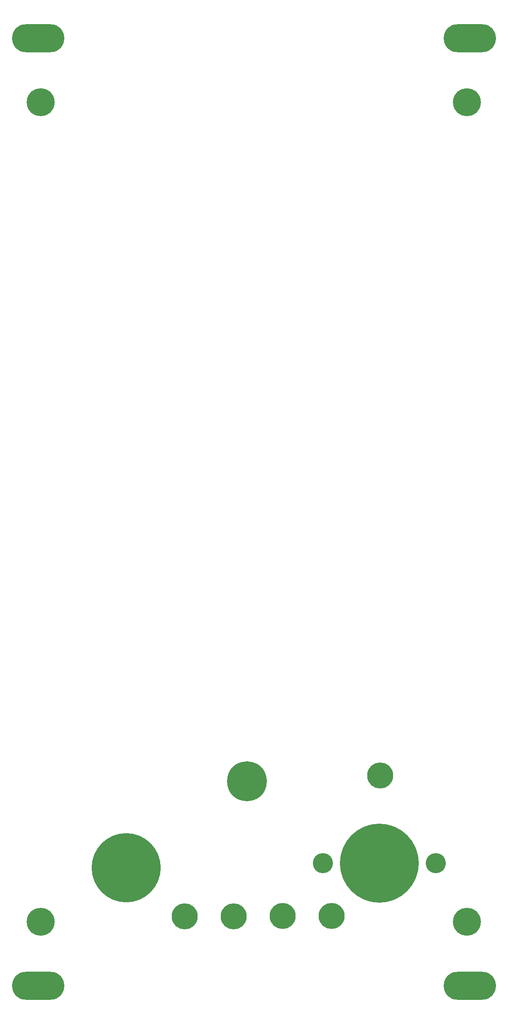
<source format=gbr>
G04 #@! TF.GenerationSoftware,KiCad,Pcbnew,(5.1.7)-1*
G04 #@! TF.CreationDate,2023-03-06T20:39:05+00:00*
G04 #@! TF.ProjectId,KOSMO-POLY6-PICO-DCO-FP,4b4f534d-4f2d-4504-9f4c-59362d504943,V0.1.0*
G04 #@! TF.SameCoordinates,Original*
G04 #@! TF.FileFunction,Soldermask,Top*
G04 #@! TF.FilePolarity,Negative*
%FSLAX46Y46*%
G04 Gerber Fmt 4.6, Leading zero omitted, Abs format (unit mm)*
G04 Created by KiCad (PCBNEW (5.1.7)-1) date 2023-03-06 20:39:05*
%MOMM*%
%LPD*%
G01*
G04 APERTURE LIST*
%ADD10C,5.302000*%
%ADD11C,4.102000*%
%ADD12C,16.102000*%
%ADD13C,8.102000*%
%ADD14C,14.102000*%
%ADD15C,5.702000*%
%ADD16O,10.702000X5.702000*%
G04 APERTURE END LIST*
D10*
X128698000Y-179333000D03*
X108682000Y-179456000D03*
X138616000Y-150767000D03*
X118698000Y-179333000D03*
X98666000Y-179446000D03*
D11*
X126937000Y-168585000D03*
X149937000Y-168585000D03*
D12*
X138437000Y-168585000D03*
D13*
X111401000Y-151911000D03*
D14*
X86739000Y-169579000D03*
D15*
X69316000Y-180539000D03*
X156302000Y-180541000D03*
X156314000Y-13547000D03*
X69314000Y-13545000D03*
D16*
X68845000Y-556000D03*
X156845000Y-556000D03*
X156845000Y-193556000D03*
X68845000Y-193556000D03*
M02*

</source>
